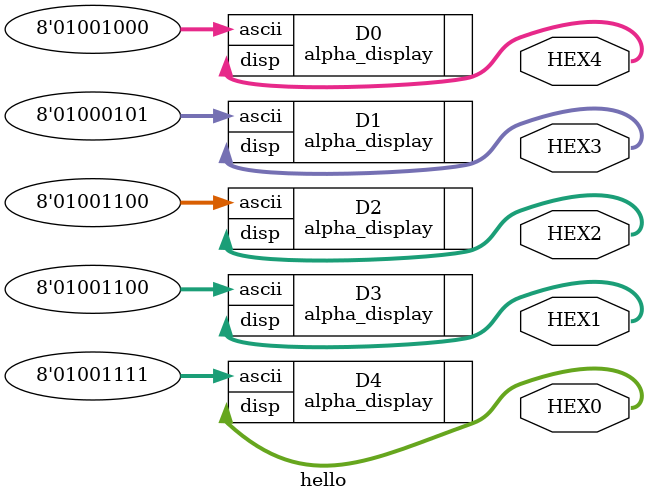
<source format=sv>

module hello
(
    output logic [6:0]HEX4,
    output logic [6:0]HEX3,
    output logic [6:0]HEX2,
    output logic [6:0]HEX1,
    output logic [6:0]HEX0
);

    alpha_display D0 (.ascii(8'h48), .disp(HEX4));
    alpha_display D1 (.ascii(8'h45), .disp(HEX3));
    alpha_display D2 (.ascii(8'h4C), .disp(HEX2));
    alpha_display D3 (.ascii(8'h4C), .disp(HEX1));
    alpha_display D4 (.ascii(8'h4F), .disp(HEX0));

endmodule
</source>
